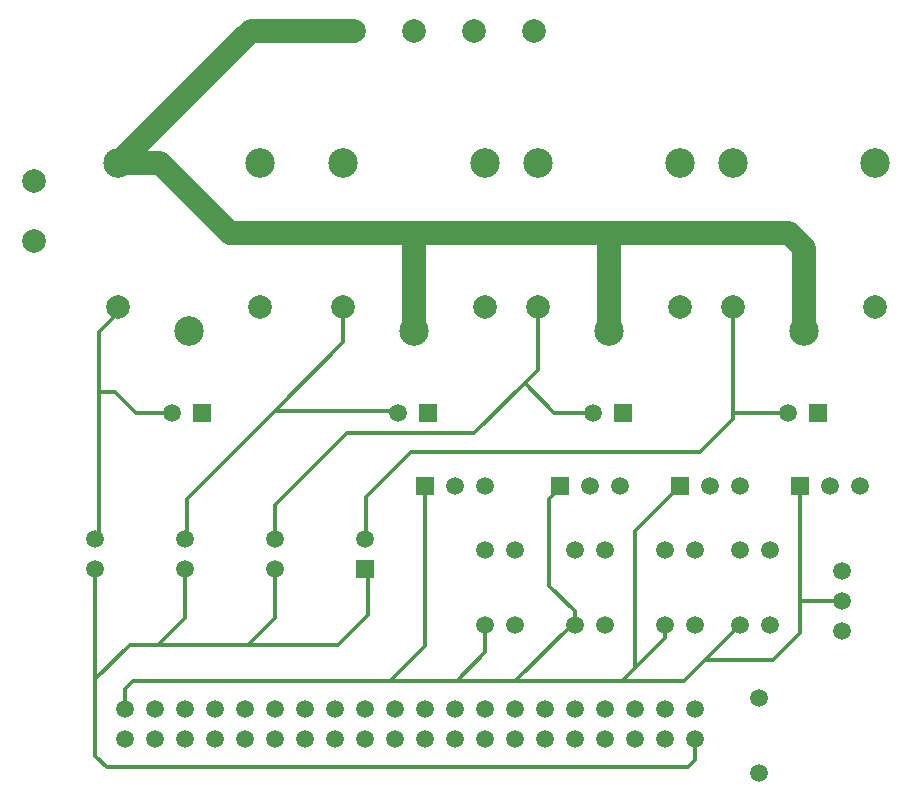
<source format=gtl>
G04 DipTrace 3.1.0.1*
G04 Controller.GTL*
%MOMM*%
G04 #@! TF.FileFunction,Copper,L1,Top*
G04 #@! TF.Part,Single*
G04 #@! TA.AperFunction,ComponentPad*
%ADD13C,2.0*%
G04 #@! TA.AperFunction,Conductor*
%ADD14C,0.33*%
G04 #@! TA.AperFunction,ComponentPad*
%ADD16C,2.5*%
%ADD17C,1.5*%
%ADD18R,1.5X1.5*%
%FSLAX35Y35*%
G04*
G71*
G90*
G75*
G01*
G04 Top*
%LPD*%
X2184293Y6608167D2*
D13*
X2539043D1*
X3133543Y6013667D1*
X4689293D1*
X6340293D1*
X7864293D1*
X7991293Y5886667D1*
Y5188167D1*
X6340293Y6013667D2*
Y5188167D1*
X4689293Y6013667D2*
Y5188167D1*
X2184293Y6608167D2*
X3304293Y7728167D1*
X4181293D1*
X2184293Y5388167D2*
D14*
Y5334290D1*
X2022293Y5172290D1*
Y4667220D1*
Y3457790D1*
X1990543Y3426040D1*
X2022293Y4667220D2*
X2158273D1*
X2333007Y4492487D1*
X2635123D1*
X7391293Y5388167D2*
Y4492500D1*
Y4438853D1*
X7111233Y4158793D1*
X4666740D1*
X4285780Y3777833D1*
Y3435277D1*
X4276543Y3426040D1*
X7858000Y4492500D2*
X7391293D1*
X5740293Y5388167D2*
Y4858043D1*
X5624147Y4741897D1*
X5199777Y4317527D1*
X4120277D1*
X3514543Y3711793D1*
Y3426040D1*
X5624147Y4741897D2*
X5873543Y4492500D1*
X6207000D1*
X4089293Y5388167D2*
Y5089313D1*
X3524230Y4524250D1*
X2761940Y3761960D1*
Y3435437D1*
X2752543Y3426040D1*
X4556000Y4492500D2*
Y4508007D1*
X3524230D1*
Y4524250D1*
X1990543Y3172047D2*
Y2234373D1*
Y1585860D1*
X2086933Y1489470D1*
X7007667D1*
X7070543Y1552347D1*
Y1727417D1*
X2752543Y3172047D2*
Y2752543D1*
X2524000Y2524000D1*
X2280170D1*
X1990543Y2234373D1*
X3514543Y3172047D2*
Y2752543D1*
X3286000Y2524000D1*
X2524000D1*
X3286000D2*
X4048000D1*
X4302000Y2778000D1*
Y3146590D1*
X4276543Y3172047D1*
X4784543Y3870557D2*
Y2521163D1*
X4482923Y2219543D1*
X5049713D1*
X5546543D1*
X6022787Y2695787D1*
X6047720D1*
X6054543D1*
X6943543Y3870557D2*
X6562543Y3489557D1*
Y2330667D1*
X6451420Y2219543D1*
X5546543D1*
X6816543Y2695787D2*
Y2584667D1*
X6562543Y2330667D1*
X7451543Y2695787D2*
X7152757Y2397000D1*
X6975300Y2219543D1*
X6451420D1*
X6047720Y2695787D2*
Y2813740D1*
X5832293Y3029167D1*
Y3759430D1*
X5927543Y3854680D1*
Y3870557D1*
X5292543Y2695787D2*
Y2462373D1*
X5049713Y2219543D1*
X4482923D2*
X2309057D1*
X2244543Y2155030D1*
Y1981420D1*
X7959543Y3870557D2*
Y2902167D1*
Y2625543D1*
X7731000Y2397000D1*
X7152757D1*
X8308793Y2902167D2*
X7959543D1*
D16*
X2784293Y5188167D3*
D13*
X2184293Y5388167D3*
X3384293D3*
D16*
X2184293Y6608167D3*
X3384293D3*
D13*
X4181293Y7728167D3*
X4689293D3*
X5197293D3*
X5705293D3*
D17*
X2244543Y1981420D3*
X2498543D3*
X2752543D3*
X3006543D3*
X3260543D3*
X3514543D3*
X3768543D3*
X4022543D3*
X4276543D3*
X4530543D3*
X4784543D3*
X5038543D3*
X5292543D3*
X5546543D3*
X5800543D3*
X6054543D3*
X6308543D3*
X6562543D3*
X6816543D3*
X7070543D3*
X2244543Y1727417D3*
X2498543D3*
X3006543D3*
X2752543D3*
X3260543D3*
X3514543D3*
X3768543D3*
X4022543D3*
X4276543D3*
X4530543D3*
X4784543D3*
X5038543D3*
X5292543D3*
X5546543D3*
X5800543D3*
X6054543D3*
X6308543D3*
X6562543D3*
X6816543D3*
X7070543D3*
X1990543Y3426040D3*
Y3172047D3*
X2635123Y4492487D3*
D18*
X2889123D3*
D17*
X4556000Y4492500D3*
D18*
X4810000D3*
D17*
X5292543Y3870557D3*
X5038543D3*
D18*
X4784543D3*
D17*
X2752543Y3426040D3*
Y3172047D3*
X8308793Y3156167D3*
Y2902167D3*
X6207000Y4492500D3*
D18*
X6461000D3*
D17*
X3514543Y3426040D3*
Y3172047D3*
X8308793Y2648167D3*
X7610293Y1441667D3*
X7858000Y4492500D3*
D18*
X8112000D3*
D17*
X4276543Y3426040D3*
D18*
Y3172047D3*
D17*
X7610293Y2076667D3*
X5292543Y3330793D3*
Y2695787D3*
X5546543Y3330793D3*
Y2695787D3*
X6435543Y3870557D3*
X6181543D3*
D18*
X5927543D3*
D17*
X6054543Y3330793D3*
X6308543D3*
X6054543Y2695787D3*
X6308543D3*
X7451543Y3870557D3*
X7197543D3*
D18*
X6943543D3*
D17*
X8467543D3*
X8213543D3*
D18*
X7959543D3*
D17*
X6816543Y3330793D3*
X7070543D3*
X6816543Y2695787D3*
X7070543D3*
X7451543Y3330793D3*
X7705543D3*
X7451543Y2695787D3*
X7705543D3*
D13*
X1466667Y6458167D3*
Y5950167D3*
D16*
X4689293Y5188167D3*
D13*
X4089293Y5388167D3*
X5289293D3*
D16*
X4089293Y6608167D3*
X5289293D3*
X6340293Y5188167D3*
D13*
X5740293Y5388167D3*
X6940293D3*
D16*
X5740293Y6608167D3*
X6940293D3*
X7991293Y5188167D3*
D13*
X7391293Y5388167D3*
X8591293D3*
D16*
X7391293Y6608167D3*
X8591293D3*
M02*

</source>
